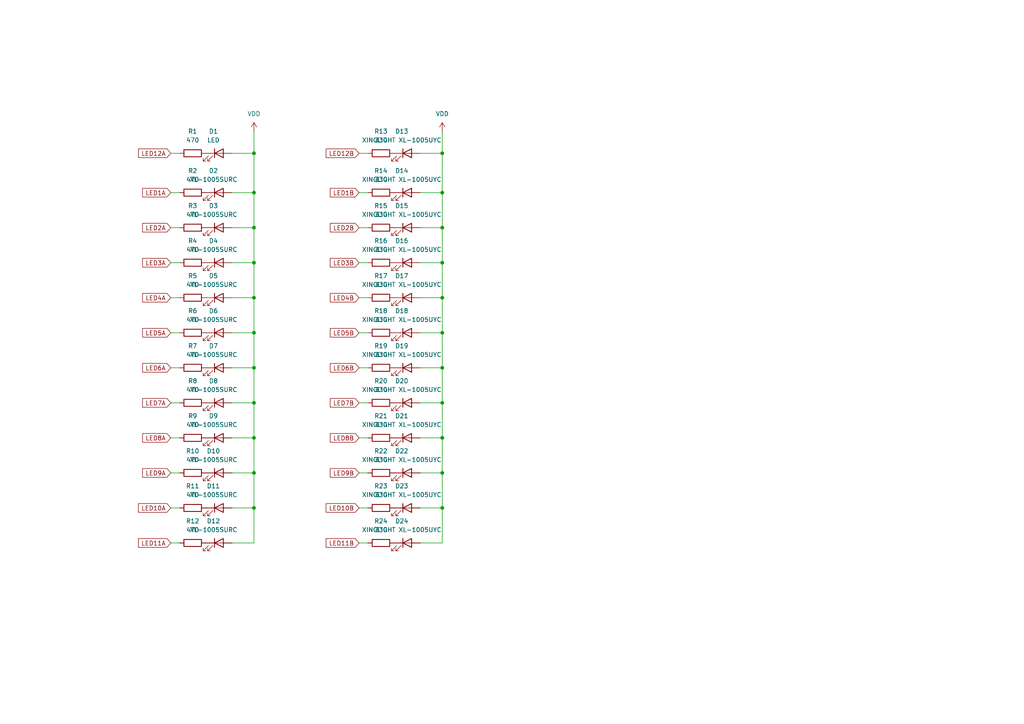
<source format=kicad_sch>
(kicad_sch (version 20250114) (generator "eeschema") (generator_version "9.0")
  (paper "A4")
  (lib_symbols
    (symbol "Device:LED" (pin_numbers (hide yes)) (pin_names (offset 1.016) (hide yes))
      (property "Reference" "D" (at 0 2.54 0))
      (property "Value" "LED" (at 0 -2.54 0))
      (symbol "LED_0_1"
        (polyline (pts (xy -3.048 -0.762) (xy -4.572 -2.286) (xy -3.81 -2.286) (xy -4.572 -2.286) (xy -4.572 -1.524)))
        (polyline (pts (xy -1.778 -0.762) (xy -3.302 -2.286) (xy -2.54 -2.286) (xy -3.302 -2.286) (xy -3.302 -1.524)))
        (polyline (pts (xy -1.27 0) (xy 1.27 0)))
        (polyline (pts (xy -1.27 -1.27) (xy -1.27 1.27)) (stroke (width 0.254)))
        (polyline (pts (xy 1.27 -1.27) (xy 1.27 1.27) (xy -1.27 0) (xy 1.27 -1.27)) (stroke (width 0.254)))
      )
      (symbol "LED_1_1"
        (pin passive line (at -3.81 0 0) (length 2.54) (name "K") (number "1"))
        (pin passive line (at 3.81 0 180) (length 2.54) (name "A") (number "2"))
      )
    )
    (symbol "Device:R" (pin_numbers (hide yes)) (pin_names (offset 0))
      (property "Reference" "R" (at 2.032 0 90))
      (property "Value" "R" (at 0 0 90))
      (symbol "R_0_1"
        (rectangle (start -1.016 -2.54) (end 1.016 2.54) (stroke (width 0.254)))
      )
      (symbol "R_1_1"
        (pin passive line (at 0 3.81 270) (length 1.27) (name "~") (number "1"))
        (pin passive line (at 0 -3.81 90) (length 1.27) (name "~") (number "2"))
      )
    )
    (symbol "power:VDD" (power) (pin_numbers (hide yes)) (pin_names (offset 0) (hide yes))
      (property "Value" "VDD" (at 0 3.556 0))
      (symbol "VDD_0_1"
        (polyline (pts (xy -0.762 1.27) (xy 0 2.54)))
        (polyline (pts (xy 0 2.54) (xy 0.762 1.27)))
        (polyline (pts (xy 0 0) (xy 0 2.54)))
      )
      (symbol "VDD_1_1"
        (pin power_in line (at 0 0 90) (length 0) (name "~") (number "1"))
      )
    )
  )
  (junction (at 128.27 106.68))
  (junction (at 128.27 127))
  (junction (at 73.66 116.84))
  (junction (at 128.27 55.88))
  (junction (at 73.66 106.68))
  (junction (at 73.66 55.88))
  (junction (at 73.66 66.04))
  (junction (at 128.27 116.84))
  (junction (at 128.27 66.04))
  (junction (at 73.66 127))
  (junction (at 128.27 76.2))
  (junction (at 73.66 147.32))
  (junction (at 73.66 96.52))
  (junction (at 73.66 44.45))
  (junction (at 73.66 137.16))
  (junction (at 128.27 86.36))
  (junction (at 128.27 137.16))
  (junction (at 128.27 96.52))
  (junction (at 128.27 147.32))
  (junction (at 73.66 76.2))
  (junction (at 73.66 86.36))
  (junction (at 128.27 44.45))
  (wire (pts (xy 121.92 106.68) (xy 128.27 106.68)))
  (wire (pts (xy 67.31 96.52) (xy 73.66 96.52)))
  (wire (pts (xy 73.66 44.45) (xy 73.66 38.1)))
  (wire (pts (xy 104.14 96.52) (xy 106.68 96.52)))
  (wire (pts (xy 73.66 106.68) (xy 73.66 116.84)))
  (wire (pts (xy 104.14 76.2) (xy 106.68 76.2)))
  (wire (pts (xy 128.27 86.36) (xy 128.27 96.52)))
  (wire (pts (xy 121.92 44.45) (xy 128.27 44.45)))
  (wire (pts (xy 49.53 44.45) (xy 52.07 44.45)))
  (wire (pts (xy 104.14 157.48) (xy 106.68 157.48)))
  (wire (pts (xy 104.14 106.68) (xy 106.68 106.68)))
  (wire (pts (xy 121.92 137.16) (xy 128.27 137.16)))
  (wire (pts (xy 104.14 147.32) (xy 106.68 147.32)))
  (wire (pts (xy 121.92 147.32) (xy 128.27 147.32)))
  (wire (pts (xy 121.92 127) (xy 128.27 127)))
  (wire (pts (xy 49.53 86.36) (xy 52.07 86.36)))
  (wire (pts (xy 73.66 44.45) (xy 73.66 55.88)))
  (wire (pts (xy 104.14 86.36) (xy 106.68 86.36)))
  (wire (pts (xy 73.66 127) (xy 73.66 137.16)))
  (wire (pts (xy 73.66 66.04) (xy 73.66 76.2)))
  (wire (pts (xy 128.27 44.45) (xy 128.27 55.88)))
  (wire (pts (xy 128.27 127) (xy 128.27 137.16)))
  (wire (pts (xy 128.27 116.84) (xy 128.27 127)))
  (wire (pts (xy 73.66 55.88) (xy 73.66 66.04)))
  (wire (pts (xy 73.66 116.84) (xy 73.66 127)))
  (wire (pts (xy 49.53 127) (xy 52.07 127)))
  (wire (pts (xy 49.53 55.88) (xy 52.07 55.88)))
  (wire (pts (xy 128.27 76.2) (xy 128.27 86.36)))
  (wire (pts (xy 67.31 44.45) (xy 73.66 44.45)))
  (wire (pts (xy 104.14 66.04) (xy 106.68 66.04)))
  (wire (pts (xy 49.53 106.68) (xy 52.07 106.68)))
  (wire (pts (xy 49.53 147.32) (xy 52.07 147.32)))
  (wire (pts (xy 67.31 127) (xy 73.66 127)))
  (wire (pts (xy 128.27 137.16) (xy 128.27 147.32)))
  (wire (pts (xy 73.66 86.36) (xy 73.66 96.52)))
  (wire (pts (xy 128.27 38.1) (xy 128.27 44.45)))
  (wire (pts (xy 49.53 76.2) (xy 52.07 76.2)))
  (wire (pts (xy 67.31 137.16) (xy 73.66 137.16)))
  (wire (pts (xy 67.31 147.32) (xy 73.66 147.32)))
  (wire (pts (xy 128.27 96.52) (xy 128.27 106.68)))
  (wire (pts (xy 104.14 116.84) (xy 106.68 116.84)))
  (wire (pts (xy 73.66 147.32) (xy 73.66 157.48)))
  (wire (pts (xy 67.31 76.2) (xy 73.66 76.2)))
  (wire (pts (xy 67.31 116.84) (xy 73.66 116.84)))
  (wire (pts (xy 128.27 55.88) (xy 128.27 66.04)))
  (wire (pts (xy 121.92 66.04) (xy 128.27 66.04)))
  (wire (pts (xy 49.53 66.04) (xy 52.07 66.04)))
  (wire (pts (xy 49.53 137.16) (xy 52.07 137.16)))
  (wire (pts (xy 49.53 157.48) (xy 52.07 157.48)))
  (wire (pts (xy 73.66 76.2) (xy 73.66 86.36)))
  (wire (pts (xy 67.31 86.36) (xy 73.66 86.36)))
  (wire (pts (xy 128.27 106.68) (xy 128.27 116.84)))
  (wire (pts (xy 67.31 106.68) (xy 73.66 106.68)))
  (wire (pts (xy 121.92 55.88) (xy 128.27 55.88)))
  (wire (pts (xy 104.14 55.88) (xy 106.68 55.88)))
  (wire (pts (xy 104.14 127) (xy 106.68 127)))
  (wire (pts (xy 73.66 96.52) (xy 73.66 106.68)))
  (wire (pts (xy 121.92 96.52) (xy 128.27 96.52)))
  (wire (pts (xy 49.53 96.52) (xy 52.07 96.52)))
  (wire (pts (xy 121.92 116.84) (xy 128.27 116.84)))
  (wire (pts (xy 128.27 66.04) (xy 128.27 76.2)))
  (wire (pts (xy 67.31 55.88) (xy 73.66 55.88)))
  (wire (pts (xy 49.53 116.84) (xy 52.07 116.84)))
  (wire (pts (xy 67.31 66.04) (xy 73.66 66.04)))
  (wire (pts (xy 121.92 157.48) (xy 128.27 157.48)))
  (wire (pts (xy 121.92 76.2) (xy 128.27 76.2)))
  (wire (pts (xy 73.66 137.16) (xy 73.66 147.32)))
  (wire (pts (xy 128.27 147.32) (xy 128.27 157.48)))
  (wire (pts (xy 104.14 44.45) (xy 106.68 44.45)))
  (wire (pts (xy 67.31 157.48) (xy 73.66 157.48)))
  (wire (pts (xy 104.14 137.16) (xy 106.68 137.16)))
  (wire (pts (xy 121.92 86.36) (xy 128.27 86.36)))
  (global_label "LED5A" (shape input) (at 49.53 96.52 180) (property "Intersheetrefs" "${INTERSHEET_REFS}" (effects (hide yes))))
  (global_label "LED12B" (shape input) (at 104.14 44.45 180) (property "Intersheetrefs" "${INTERSHEET_REFS}" (effects (hide yes))))
  (global_label "LED11B" (shape input) (at 104.14 157.48 180) (property "Intersheetrefs" "${INTERSHEET_REFS}" (effects (hide yes))))
  (global_label "LED3B" (shape input) (at 104.14 76.2 180) (property "Intersheetrefs" "${INTERSHEET_REFS}" (effects (hide yes))))
  (global_label "LED5B" (shape input) (at 104.14 96.52 180) (property "Intersheetrefs" "${INTERSHEET_REFS}" (effects (hide yes))))
  (global_label "LED1B" (shape input) (at 104.14 55.88 180) (property "Intersheetrefs" "${INTERSHEET_REFS}" (effects (hide yes))))
  (global_label "LED10B" (shape input) (at 104.14 147.32 180) (property "Intersheetrefs" "${INTERSHEET_REFS}" (effects (hide yes))))
  (global_label "LED2B" (shape input) (at 104.14 66.04 180) (property "Intersheetrefs" "${INTERSHEET_REFS}" (effects (hide yes))))
  (global_label "LED9B" (shape input) (at 104.14 137.16 180) (property "Intersheetrefs" "${INTERSHEET_REFS}" (effects (hide yes))))
  (global_label "LED1A" (shape input) (at 49.53 55.88 180) (property "Intersheetrefs" "${INTERSHEET_REFS}" (effects (hide yes))))
  (global_label "LED7A" (shape input) (at 49.53 116.84 180) (property "Intersheetrefs" "${INTERSHEET_REFS}" (effects (hide yes))))
  (global_label "LED3A" (shape input) (at 49.53 76.2 180) (property "Intersheetrefs" "${INTERSHEET_REFS}" (effects (hide yes))))
  (global_label "LED8B" (shape input) (at 104.14 127 180) (property "Intersheetrefs" "${INTERSHEET_REFS}" (effects (hide yes))))
  (global_label "LED6A" (shape input) (at 49.53 106.68 180) (property "Intersheetrefs" "${INTERSHEET_REFS}" (effects (hide yes))))
  (global_label "LED4A" (shape input) (at 49.53 86.36 180) (property "Intersheetrefs" "${INTERSHEET_REFS}" (effects (hide yes))))
  (global_label "LED8A" (shape input) (at 49.53 127 180) (property "Intersheetrefs" "${INTERSHEET_REFS}" (effects (hide yes))))
  (global_label "LED12A" (shape input) (at 49.53 44.45 180) (property "Intersheetrefs" "${INTERSHEET_REFS}" (effects (hide yes))))
  (global_label "LED4B" (shape input) (at 104.14 86.36 180) (property "Intersheetrefs" "${INTERSHEET_REFS}" (effects (hide yes))))
  (global_label "LED11A" (shape input) (at 49.53 157.48 180) (property "Intersheetrefs" "${INTERSHEET_REFS}" (effects (hide yes))))
  (global_label "LED9A" (shape input) (at 49.53 137.16 180) (property "Intersheetrefs" "${INTERSHEET_REFS}" (effects (hide yes))))
  (global_label "LED2A" (shape input) (at 49.53 66.04 180) (property "Intersheetrefs" "${INTERSHEET_REFS}" (effects (hide yes))))
  (global_label "LED7B" (shape input) (at 104.14 116.84 180) (property "Intersheetrefs" "${INTERSHEET_REFS}" (effects (hide yes))))
  (global_label "LED6B" (shape input) (at 104.14 106.68 180) (property "Intersheetrefs" "${INTERSHEET_REFS}" (effects (hide yes))))
  (global_label "LED10A" (shape input) (at 49.53 147.32 180) (property "Intersheetrefs" "${INTERSHEET_REFS}" (effects (hide yes))))
  (symbol (lib_id "Device:R") (at 55.88 106.68 90) (unit 1)
    (property "Reference" "R7" (at 55.88 100.33 90))
    (property "Value" "470" (at 55.88 102.87 90))
    (property "Footprint" "Resistor_SMD:R_0402_1005Metric" (effects (hide yes)))
    (property "Description" "Resistor" (effects (hide yes)))
  )
  (symbol (lib_id "Device:R") (at 110.49 157.48 90) (unit 1)
    (property "Reference" "R24" (at 110.49 151.13 90))
    (property "Value" "330" (at 110.49 153.67 90))
    (property "Footprint" "Resistor_SMD:R_0402_1005Metric" (effects (hide yes)))
    (property "Description" "Resistor" (effects (hide yes)))
  )
  (symbol (lib_id "Device:LED") (at 63.5 66.04 0) (unit 1)
    (property "Reference" "D3" (at 61.9125 59.69 0))
    (property "Value" "XL-1005SURC" (at 61.9125 62.23 0))
    (property "Footprint" "LED_SMD:LED_0402_1005Metric" (effects (hide yes)))
    (property "Description" "Light emitting diode" (effects (hide yes)))
    (property "Sim.Pins" "1=K 2=A" (effects (hide yes)))
    (property "MPN" "C25503345" (effects (hide yes)))
  )
  (symbol (lib_id "Device:R") (at 55.88 86.36 90) (unit 1)
    (property "Reference" "R5" (at 55.88 80.01 90))
    (property "Value" "470" (at 55.88 82.55 90))
    (property "Footprint" "Resistor_SMD:R_0402_1005Metric" (effects (hide yes)))
    (property "Description" "Resistor" (effects (hide yes)))
  )
  (symbol (lib_id "Device:LED") (at 63.5 86.36 0) (unit 1)
    (property "Reference" "D5" (at 61.9125 80.01 0))
    (property "Value" "XL-1005SURC" (at 61.9125 82.55 0))
    (property "Footprint" "LED_SMD:LED_0402_1005Metric" (effects (hide yes)))
    (property "Description" "Light emitting diode" (effects (hide yes)))
    (property "Sim.Pins" "1=K 2=A" (effects (hide yes)))
    (property "MPN" "C25503345" (effects (hide yes)))
  )
  (symbol (lib_id "Device:LED") (at 118.11 66.04 0) (unit 1)
    (property "Reference" "D15" (at 116.5225 59.69 0))
    (property "Value" "XINGLIGHT XL-1005UYC" (at 116.5225 62.23 0))
    (property "Footprint" "LED_SMD:LED_0402_1005Metric" (effects (hide yes)))
    (property "Description" "Light emitting diode" (effects (hide yes)))
    (property "Sim.Pins" "1=K 2=A" (effects (hide yes)))
    (property "MPN" "C25503856" (effects (hide yes)))
  )
  (symbol (lib_id "Device:LED") (at 118.11 127 0) (unit 1)
    (property "Reference" "D21" (at 116.5225 120.65 0))
    (property "Value" "XINGLIGHT XL-1005UYC" (at 116.5225 123.19 0))
    (property "Footprint" "LED_SMD:LED_0402_1005Metric" (effects (hide yes)))
    (property "Description" "Light emitting diode" (effects (hide yes)))
    (property "Sim.Pins" "1=K 2=A" (effects (hide yes)))
    (property "MPN" "C25503856" (effects (hide yes)))
  )
  (symbol (lib_id "Device:R") (at 55.88 116.84 90) (unit 1)
    (property "Reference" "R8" (at 55.88 110.49 90))
    (property "Value" "470" (at 55.88 113.03 90))
    (property "Footprint" "Resistor_SMD:R_0402_1005Metric" (effects (hide yes)))
    (property "Description" "Resistor" (effects (hide yes)))
  )
  (symbol (lib_id "Device:R") (at 110.49 96.52 90) (unit 1)
    (property "Reference" "R18" (at 110.49 90.17 90))
    (property "Value" "330" (at 110.49 92.71 90))
    (property "Footprint" "Resistor_SMD:R_0402_1005Metric" (effects (hide yes)))
    (property "Description" "Resistor" (effects (hide yes)))
  )
  (symbol (lib_id "Device:LED") (at 63.5 157.48 0) (unit 1)
    (property "Reference" "D12" (at 61.9125 151.13 0))
    (property "Value" "XL-1005SURC" (at 61.9125 153.67 0))
    (property "Footprint" "LED_SMD:LED_0402_1005Metric" (effects (hide yes)))
    (property "Description" "Light emitting diode" (effects (hide yes)))
    (property "Sim.Pins" "1=K 2=A" (effects (hide yes)))
    (property "MPN" "C25503345" (effects (hide yes)))
  )
  (symbol (lib_id "Device:LED") (at 118.11 55.88 0) (unit 1)
    (property "Reference" "D14" (at 116.5225 49.53 0))
    (property "Value" "XINGLIGHT XL-1005UYC" (at 116.5225 52.07 0))
    (property "Footprint" "LED_SMD:LED_0402_1005Metric" (effects (hide yes)))
    (property "Description" "Light emitting diode" (effects (hide yes)))
    (property "Sim.Pins" "1=K 2=A" (effects (hide yes)))
    (property "MPN" "C25503856" (effects (hide yes)))
  )
  (symbol (lib_id "Device:R") (at 110.49 55.88 90) (unit 1)
    (property "Reference" "R14" (at 110.49 49.53 90))
    (property "Value" "330" (at 110.49 52.07 90))
    (property "Footprint" "Resistor_SMD:R_0402_1005Metric" (effects (hide yes)))
    (property "Description" "Resistor" (effects (hide yes)))
  )
  (symbol (lib_id "Device:R") (at 110.49 44.45 90) (unit 1)
    (property "Reference" "R13" (at 110.49 38.1 90))
    (property "Value" "330" (at 110.49 40.64 90))
    (property "Footprint" "Resistor_SMD:R_0402_1005Metric" (effects (hide yes)))
    (property "Description" "Resistor" (effects (hide yes)))
  )
  (symbol (lib_id "Device:LED") (at 63.5 55.88 0) (unit 1)
    (property "Reference" "D2" (at 61.9125 49.53 0))
    (property "Value" "XL-1005SURC" (at 61.9125 52.07 0))
    (property "Footprint" "LED_SMD:LED_0402_1005Metric" (effects (hide yes)))
    (property "Description" "Light emitting diode" (effects (hide yes)))
    (property "Sim.Pins" "1=K 2=A" (effects (hide yes)))
    (property "MPN" "C25503345" (effects (hide yes)))
  )
  (symbol (lib_id "Device:LED") (at 118.11 86.36 0) (unit 1)
    (property "Reference" "D17" (at 116.5225 80.01 0))
    (property "Value" "XINGLIGHT XL-1005UYC" (at 116.5225 82.55 0))
    (property "Footprint" "LED_SMD:LED_0402_1005Metric" (effects (hide yes)))
    (property "Description" "Light emitting diode" (effects (hide yes)))
    (property "Sim.Pins" "1=K 2=A" (effects (hide yes)))
    (property "MPN" "C25503856" (effects (hide yes)))
  )
  (symbol (lib_id "Device:R") (at 55.88 76.2 90) (unit 1)
    (property "Reference" "R4" (at 55.88 69.85 90))
    (property "Value" "470" (at 55.88 72.39 90))
    (property "Footprint" "Resistor_SMD:R_0402_1005Metric" (effects (hide yes)))
    (property "Description" "Resistor" (effects (hide yes)))
  )
  (symbol (lib_id "Device:R") (at 110.49 116.84 90) (unit 1)
    (property "Reference" "R20" (at 110.49 110.49 90))
    (property "Value" "330" (at 110.49 113.03 90))
    (property "Footprint" "Resistor_SMD:R_0402_1005Metric" (effects (hide yes)))
    (property "Description" "Resistor" (effects (hide yes)))
  )
  (symbol (lib_id "Device:LED") (at 63.5 127 0) (unit 1)
    (property "Reference" "D9" (at 61.9125 120.65 0))
    (property "Value" "XL-1005SURC" (at 61.9125 123.19 0))
    (property "Footprint" "LED_SMD:LED_0402_1005Metric" (effects (hide yes)))
    (property "Description" "Light emitting diode" (effects (hide yes)))
    (property "Sim.Pins" "1=K 2=A" (effects (hide yes)))
    (property "MPN" "C25503345" (effects (hide yes)))
  )
  (symbol (lib_id "Device:LED") (at 118.11 76.2 0) (unit 1)
    (property "Reference" "D16" (at 116.5225 69.85 0))
    (property "Value" "XINGLIGHT XL-1005UYC" (at 116.5225 72.39 0))
    (property "Footprint" "LED_SMD:LED_0402_1005Metric" (effects (hide yes)))
    (property "Description" "Light emitting diode" (effects (hide yes)))
    (property "Sim.Pins" "1=K 2=A" (effects (hide yes)))
    (property "MPN" "C25503856" (effects (hide yes)))
  )
  (symbol (lib_id "Device:LED") (at 118.11 157.48 0) (unit 1)
    (property "Reference" "D24" (at 116.5225 151.13 0))
    (property "Value" "XINGLIGHT XL-1005UYC" (at 116.5225 153.67 0))
    (property "Footprint" "LED_SMD:LED_0402_1005Metric" (effects (hide yes)))
    (property "Description" "Light emitting diode" (effects (hide yes)))
    (property "Sim.Pins" "1=K 2=A" (effects (hide yes)))
    (property "MPN" "C25503856" (effects (hide yes)))
  )
  (symbol (lib_id "power:VDD") (at 128.27 38.1 0) (unit 1)
    (property "Reference" "#PWR024" (effects (hide yes)))
    (property "Value" "VDD" (at 128.27 33.02 0))
    (property "Description" "Power symbol creates a global label with name \"VDD\"" (effects (hide yes)))
  )
  (symbol (lib_id "Device:LED") (at 63.5 44.45 0) (unit 1)
    (property "Reference" "D1" (at 61.9125 38.1 0))
    (property "Value" "LED" (at 61.9125 40.64 0))
    (property "Footprint" "LED_SMD:LED_0603_1608Metric" (effects (hide yes)))
    (property "Description" "Light emitting diode" (effects (hide yes)))
    (property "Sim.Pins" "1=K 2=A" (effects (hide yes)))
    (property "MPN" "C19171390" (effects (hide yes)))
  )
  (symbol (lib_id "Device:LED") (at 118.11 147.32 0) (unit 1)
    (property "Reference" "D23" (at 116.5225 140.97 0))
    (property "Value" "XINGLIGHT XL-1005UYC" (at 116.5225 143.51 0))
    (property "Footprint" "LED_SMD:LED_0402_1005Metric" (effects (hide yes)))
    (property "Description" "Light emitting diode" (effects (hide yes)))
    (property "Sim.Pins" "1=K 2=A" (effects (hide yes)))
    (property "MPN" "C25503856" (effects (hide yes)))
  )
  (symbol (lib_id "Device:LED") (at 118.11 44.45 0) (unit 1)
    (property "Reference" "D13" (at 116.5225 38.1 0))
    (property "Value" "XINGLIGHT XL-1005UYC" (at 116.5225 40.64 0))
    (property "Footprint" "LED_SMD:LED_0402_1005Metric" (effects (hide yes)))
    (property "Description" "Light emitting diode" (effects (hide yes)))
    (property "Sim.Pins" "1=K 2=A" (effects (hide yes)))
    (property "MPN" "C25503856" (effects (hide yes)))
  )
  (symbol (lib_id "Device:R") (at 110.49 106.68 90) (unit 1)
    (property "Reference" "R19" (at 110.49 100.33 90))
    (property "Value" "330" (at 110.49 102.87 90))
    (property "Footprint" "Resistor_SMD:R_0402_1005Metric" (effects (hide yes)))
    (property "Description" "Resistor" (effects (hide yes)))
  )
  (symbol (lib_id "Device:R") (at 110.49 137.16 90) (unit 1)
    (property "Reference" "R22" (at 110.49 130.81 90))
    (property "Value" "330" (at 110.49 133.35 90))
    (property "Footprint" "Resistor_SMD:R_0402_1005Metric" (effects (hide yes)))
    (property "Description" "Resistor" (effects (hide yes)))
  )
  (symbol (lib_id "Device:R") (at 110.49 127 90) (unit 1)
    (property "Reference" "R21" (at 110.49 120.65 90))
    (property "Value" "330" (at 110.49 123.19 90))
    (property "Footprint" "Resistor_SMD:R_0402_1005Metric" (effects (hide yes)))
    (property "Description" "Resistor" (effects (hide yes)))
  )
  (symbol (lib_id "Device:R") (at 55.88 137.16 90) (unit 1)
    (property "Reference" "R10" (at 55.88 130.81 90))
    (property "Value" "470" (at 55.88 133.35 90))
    (property "Footprint" "Resistor_SMD:R_0402_1005Metric" (effects (hide yes)))
    (property "Description" "Resistor" (effects (hide yes)))
  )
  (symbol (lib_id "Device:LED") (at 63.5 76.2 0) (unit 1)
    (property "Reference" "D4" (at 61.9125 69.85 0))
    (property "Value" "XL-1005SURC" (at 61.9125 72.39 0))
    (property "Footprint" "LED_SMD:LED_0402_1005Metric" (effects (hide yes)))
    (property "Description" "Light emitting diode" (effects (hide yes)))
    (property "Sim.Pins" "1=K 2=A" (effects (hide yes)))
    (property "MPN" "C25503345" (effects (hide yes)))
  )
  (symbol (lib_id "Device:LED") (at 63.5 116.84 0) (unit 1)
    (property "Reference" "D8" (at 61.9125 110.49 0))
    (property "Value" "XL-1005SURC" (at 61.9125 113.03 0))
    (property "Footprint" "LED_SMD:LED_0402_1005Metric" (effects (hide yes)))
    (property "Description" "Light emitting diode" (effects (hide yes)))
    (property "Sim.Pins" "1=K 2=A" (effects (hide yes)))
    (property "MPN" "C25503345" (effects (hide yes)))
  )
  (symbol (lib_id "Device:R") (at 55.88 157.48 90) (unit 1)
    (property "Reference" "R12" (at 55.88 151.13 90))
    (property "Value" "470" (at 55.88 153.67 90))
    (property "Footprint" "Resistor_SMD:R_0402_1005Metric" (effects (hide yes)))
    (property "Description" "Resistor" (effects (hide yes)))
  )
  (symbol (lib_id "Device:R") (at 55.88 66.04 90) (unit 1)
    (property "Reference" "R3" (at 55.88 59.69 90))
    (property "Value" "470" (at 55.88 62.23 90))
    (property "Footprint" "Resistor_SMD:R_0402_1005Metric" (effects (hide yes)))
    (property "Description" "Resistor" (effects (hide yes)))
  )
  (symbol (lib_id "Device:LED") (at 118.11 106.68 0) (unit 1)
    (property "Reference" "D19" (at 116.5225 100.33 0))
    (property "Value" "XINGLIGHT XL-1005UYC" (at 116.5225 102.87 0))
    (property "Footprint" "LED_SMD:LED_0402_1005Metric" (effects (hide yes)))
    (property "Description" "Light emitting diode" (effects (hide yes)))
    (property "Sim.Pins" "1=K 2=A" (effects (hide yes)))
    (property "MPN" "C25503856" (effects (hide yes)))
  )
  (symbol (lib_id "Device:LED") (at 63.5 137.16 0) (unit 1)
    (property "Reference" "D10" (at 61.9125 130.81 0))
    (property "Value" "XL-1005SURC" (at 61.9125 133.35 0))
    (property "Footprint" "LED_SMD:LED_0402_1005Metric" (effects (hide yes)))
    (property "Description" "Light emitting diode" (effects (hide yes)))
    (property "Sim.Pins" "1=K 2=A" (effects (hide yes)))
    (property "MPN" "C25503345" (effects (hide yes)))
  )
  (symbol (lib_id "Device:R") (at 110.49 66.04 90) (unit 1)
    (property "Reference" "R15" (at 110.49 59.69 90))
    (property "Value" "330" (at 110.49 62.23 90))
    (property "Footprint" "Resistor_SMD:R_0402_1005Metric" (effects (hide yes)))
    (property "Description" "Resistor" (effects (hide yes)))
  )
  (symbol (lib_id "Device:R") (at 110.49 86.36 90) (unit 1)
    (property "Reference" "R17" (at 110.49 80.01 90))
    (property "Value" "330" (at 110.49 82.55 90))
    (property "Footprint" "Resistor_SMD:R_0402_1005Metric" (effects (hide yes)))
    (property "Description" "Resistor" (effects (hide yes)))
  )
  (symbol (lib_id "Device:R") (at 110.49 147.32 90) (unit 1)
    (property "Reference" "R23" (at 110.49 140.97 90))
    (property "Value" "330" (at 110.49 143.51 90))
    (property "Footprint" "Resistor_SMD:R_0402_1005Metric" (effects (hide yes)))
    (property "Description" "Resistor" (effects (hide yes)))
  )
  (symbol (lib_id "Device:R") (at 55.88 127 90) (unit 1)
    (property "Reference" "R9" (at 55.88 120.65 90))
    (property "Value" "470" (at 55.88 123.19 90))
    (property "Footprint" "Resistor_SMD:R_0402_1005Metric" (effects (hide yes)))
    (property "Description" "Resistor" (effects (hide yes)))
  )
  (symbol (lib_id "Device:R") (at 55.88 147.32 90) (unit 1)
    (property "Reference" "R11" (at 55.88 140.97 90))
    (property "Value" "470" (at 55.88 143.51 90))
    (property "Footprint" "Resistor_SMD:R_0402_1005Metric" (effects (hide yes)))
    (property "Description" "Resistor" (effects (hide yes)))
  )
  (symbol (lib_id "Device:LED") (at 63.5 147.32 0) (unit 1)
    (property "Reference" "D11" (at 61.9125 140.97 0))
    (property "Value" "XL-1005SURC" (at 61.9125 143.51 0))
    (property "Footprint" "LED_SMD:LED_0402_1005Metric" (effects (hide yes)))
    (property "Description" "Light emitting diode" (effects (hide yes)))
    (property "Sim.Pins" "1=K 2=A" (effects (hide yes)))
    (property "MPN" "C25503345" (effects (hide yes)))
  )
  (symbol (lib_id "Device:LED") (at 63.5 106.68 0) (unit 1)
    (property "Reference" "D7" (at 61.9125 100.33 0))
    (property "Value" "XL-1005SURC" (at 61.9125 102.87 0))
    (property "Footprint" "LED_SMD:LED_0402_1005Metric" (effects (hide yes)))
    (property "Description" "Light emitting diode" (effects (hide yes)))
    (property "Sim.Pins" "1=K 2=A" (effects (hide yes)))
    (property "MPN" "C25503345" (effects (hide yes)))
  )
  (symbol (lib_id "Device:LED") (at 118.11 116.84 0) (unit 1)
    (property "Reference" "D20" (at 116.5225 110.49 0))
    (property "Value" "XINGLIGHT XL-1005UYC" (at 116.5225 113.03 0))
    (property "Footprint" "LED_SMD:LED_0402_1005Metric" (effects (hide yes)))
    (property "Description" "Light emitting diode" (effects (hide yes)))
    (property "Sim.Pins" "1=K 2=A" (effects (hide yes)))
    (property "MPN" "C25503856" (effects (hide yes)))
  )
  (symbol (lib_id "Device:R") (at 55.88 55.88 90) (unit 1)
    (property "Reference" "R2" (at 55.88 49.53 90))
    (property "Value" "470" (at 55.88 52.07 90))
    (property "Footprint" "Resistor_SMD:R_0402_1005Metric" (effects (hide yes)))
    (property "Description" "Resistor" (effects (hide yes)))
  )
  (symbol (lib_id "Device:R") (at 110.49 76.2 90) (unit 1)
    (property "Reference" "R16" (at 110.49 69.85 90))
    (property "Value" "330" (at 110.49 72.39 90))
    (property "Footprint" "Resistor_SMD:R_0402_1005Metric" (effects (hide yes)))
    (property "Description" "Resistor" (effects (hide yes)))
  )
  (symbol (lib_id "Device:R") (at 55.88 44.45 90) (unit 1)
    (property "Reference" "R1" (at 55.88 38.1 90))
    (property "Value" "470" (at 55.88 40.64 90))
    (property "Footprint" "Resistor_SMD:R_0402_1005Metric" (effects (hide yes)))
    (property "Description" "Resistor" (effects (hide yes)))
  )
  (symbol (lib_id "Device:LED") (at 118.11 137.16 0) (unit 1)
    (property "Reference" "D22" (at 116.5225 130.81 0))
    (property "Value" "XINGLIGHT XL-1005UYC" (at 116.5225 133.35 0))
    (property "Footprint" "LED_SMD:LED_0402_1005Metric" (effects (hide yes)))
    (property "Description" "Light emitting diode" (effects (hide yes)))
    (property "Sim.Pins" "1=K 2=A" (effects (hide yes)))
    (property "MPN" "C25503856" (effects (hide yes)))
  )
  (symbol (lib_id "Device:LED") (at 118.11 96.52 0) (unit 1)
    (property "Reference" "D18" (at 116.5225 90.17 0))
    (property "Value" "XINGLIGHT XL-1005UYC" (at 116.5225 92.71 0))
    (property "Footprint" "LED_SMD:LED_0402_1005Metric" (effects (hide yes)))
    (property "Description" "Light emitting diode" (effects (hide yes)))
    (property "Sim.Pins" "1=K 2=A" (effects (hide yes)))
    (property "MPN" "C25503856" (effects (hide yes)))
  )
  (symbol (lib_id "Device:LED") (at 63.5 96.52 0) (unit 1)
    (property "Reference" "D6" (at 61.9125 90.17 0))
    (property "Value" "XL-1005SURC" (at 61.9125 92.71 0))
    (property "Footprint" "LED_SMD:LED_0402_1005Metric" (effects (hide yes)))
    (property "Description" "Light emitting diode" (effects (hide yes)))
    (property "Sim.Pins" "1=K 2=A" (effects (hide yes)))
    (property "MPN" "C25503345" (effects (hide yes)))
  )
  (symbol (lib_id "Device:R") (at 55.88 96.52 90) (unit 1)
    (property "Reference" "R6" (at 55.88 90.17 90))
    (property "Value" "470" (at 55.88 92.71 90))
    (property "Footprint" "Resistor_SMD:R_0402_1005Metric" (effects (hide yes)))
    (property "Description" "Resistor" (effects (hide yes)))
  )
  (symbol (lib_id "power:VDD") (at 73.66 38.1 0) (unit 1)
    (property "Reference" "#PWR013" (effects (hide yes)))
    (property "Value" "VDD" (at 73.66 33.02 0))
    (property "Description" "Power symbol creates a global label with name \"VDD\"" (effects (hide yes)))
  )
)
</source>
